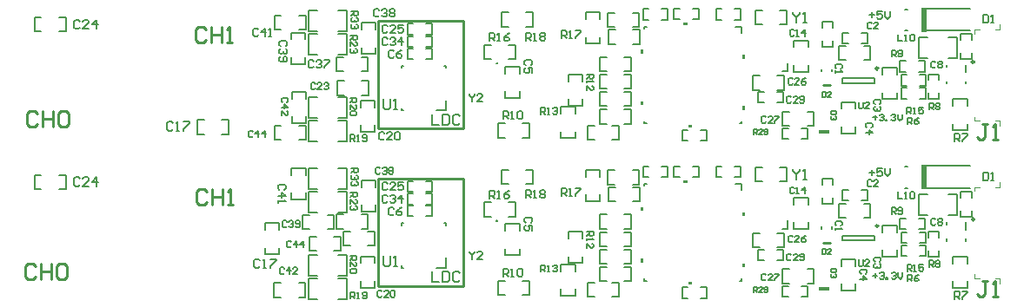
<source format=gto>
G04*
G04 #@! TF.GenerationSoftware,Altium Limited,Altium Designer,19.1.9 (167)*
G04*
G04 Layer_Color=65535*
%FSLAX24Y24*%
%MOIN*%
G70*
G01*
G75*
%ADD12C,0.0060*%
%ADD38C,0.0100*%
%ADD40C,0.0090*%
%ADD56C,0.0098*%
%ADD57C,0.0067*%
%ADD58C,0.0079*%
%ADD59C,0.0070*%
%ADD60C,0.0039*%
%ADD61C,0.0065*%
%ADD62C,0.0050*%
%ADD63R,0.0413X0.0150*%
%ADD64R,0.0200X0.0920*%
G36*
X26342Y10622D02*
X26192D01*
Y10722D01*
X26342D01*
Y10622D01*
D02*
G37*
G36*
X24653Y9524D02*
X24553D01*
Y9674D01*
X24653D01*
Y9524D01*
D02*
G37*
G36*
X28571Y9327D02*
X28471D01*
Y9477D01*
X28571D01*
Y9327D01*
D02*
G37*
G36*
X24653Y7555D02*
X24553D01*
Y7705D01*
X24653D01*
Y7555D01*
D02*
G37*
G36*
X28571Y7358D02*
X28471D01*
Y7508D01*
X28571D01*
Y7358D01*
D02*
G37*
G36*
X26539Y6704D02*
X26389D01*
Y6804D01*
X26539D01*
Y6704D01*
D02*
G37*
G36*
X26342Y4572D02*
X26192D01*
Y4672D01*
X26342D01*
Y4572D01*
D02*
G37*
G36*
X24653Y3474D02*
X24553D01*
Y3624D01*
X24653D01*
Y3474D01*
D02*
G37*
G36*
X28571Y3277D02*
X28471D01*
Y3427D01*
X28571D01*
Y3277D01*
D02*
G37*
G36*
X24653Y1505D02*
X24553D01*
Y1655D01*
X24653D01*
Y1505D01*
D02*
G37*
G36*
X28571Y1308D02*
X28471D01*
Y1458D01*
X28571D01*
Y1308D01*
D02*
G37*
G36*
X26539Y654D02*
X26389D01*
Y754D01*
X26539D01*
Y654D01*
D02*
G37*
D12*
X3051Y10771D02*
X2993Y10829D01*
X2876D01*
X2818Y10771D01*
Y10538D01*
X2876Y10479D01*
X2993D01*
X3051Y10538D01*
X3401Y10479D02*
X3168D01*
X3401Y10713D01*
Y10771D01*
X3343Y10829D01*
X3226D01*
X3168Y10771D01*
X3693Y10479D02*
Y10829D01*
X3518Y10654D01*
X3751D01*
X19280Y7010D02*
Y7310D01*
X19430D01*
X19480Y7260D01*
Y7160D01*
X19430Y7110D01*
X19280D01*
X19380D02*
X19480Y7010D01*
X19580D02*
X19680D01*
X19630D01*
Y7310D01*
X19580Y7260D01*
X19830D02*
X19880Y7310D01*
X19980D01*
X20030Y7260D01*
Y7060D01*
X19980Y7010D01*
X19880D01*
X19830Y7060D01*
Y7260D01*
X6623Y6852D02*
X6565Y6910D01*
X6448D01*
X6390Y6852D01*
Y6618D01*
X6448Y6560D01*
X6565D01*
X6623Y6618D01*
X6740Y6560D02*
X6857D01*
X6798D01*
Y6910D01*
X6740Y6852D01*
X7031Y6910D02*
X7265D01*
Y6852D01*
X7031Y6618D01*
Y6560D01*
X20340Y9080D02*
X20390Y9130D01*
Y9230D01*
X20340Y9280D01*
X20140D01*
X20090Y9230D01*
Y9130D01*
X20140Y9080D01*
X20390Y8780D02*
Y8980D01*
X20240D01*
X20290Y8880D01*
Y8830D01*
X20240Y8780D01*
X20140D01*
X20090Y8830D01*
Y8930D01*
X20140Y8980D01*
X17980Y7980D02*
Y7930D01*
X18080Y7830D01*
X18180Y7930D01*
Y7980D01*
X18080Y7830D02*
Y7680D01*
X18480D02*
X18280D01*
X18480Y7880D01*
Y7930D01*
X18430Y7980D01*
X18330D01*
X18280Y7930D01*
X18770Y10010D02*
Y10310D01*
X18920D01*
X18970Y10260D01*
Y10160D01*
X18920Y10110D01*
X18770D01*
X18870D02*
X18970Y10010D01*
X19070D02*
X19170D01*
X19120D01*
Y10310D01*
X19070Y10260D01*
X19520Y10310D02*
X19420Y10260D01*
X19320Y10160D01*
Y10060D01*
X19370Y10010D01*
X19470D01*
X19520Y10060D01*
Y10110D01*
X19470Y10160D01*
X19320D01*
X21510Y10120D02*
Y10420D01*
X21660D01*
X21710Y10370D01*
Y10270D01*
X21660Y10220D01*
X21510D01*
X21610D02*
X21710Y10120D01*
X21810D02*
X21910D01*
X21860D01*
Y10420D01*
X21810Y10370D01*
X22060Y10420D02*
X22260D01*
Y10370D01*
X22060Y10170D01*
Y10120D01*
X3051Y4721D02*
X2993Y4779D01*
X2876D01*
X2818Y4721D01*
Y4488D01*
X2876Y4429D01*
X2993D01*
X3051Y4488D01*
X3401Y4429D02*
X3168D01*
X3401Y4663D01*
Y4721D01*
X3343Y4779D01*
X3226D01*
X3168Y4721D01*
X3693Y4429D02*
Y4779D01*
X3518Y4604D01*
X3751D01*
X19280Y960D02*
Y1260D01*
X19430D01*
X19480Y1210D01*
Y1110D01*
X19430Y1060D01*
X19280D01*
X19380D02*
X19480Y960D01*
X19580D02*
X19680D01*
X19630D01*
Y1260D01*
X19580Y1210D01*
X19830D02*
X19880Y1260D01*
X19980D01*
X20030Y1210D01*
Y1010D01*
X19980Y960D01*
X19880D01*
X19830Y1010D01*
Y1210D01*
X9963Y1582D02*
X9905Y1640D01*
X9788D01*
X9730Y1582D01*
Y1348D01*
X9788Y1290D01*
X9905D01*
X9963Y1348D01*
X10080Y1290D02*
X10197D01*
X10138D01*
Y1640D01*
X10080Y1582D01*
X10371Y1640D02*
X10605D01*
Y1582D01*
X10371Y1348D01*
Y1290D01*
X20340Y3030D02*
X20390Y3080D01*
Y3180D01*
X20340Y3230D01*
X20140D01*
X20090Y3180D01*
Y3080D01*
X20140Y3030D01*
X20390Y2730D02*
Y2930D01*
X20240D01*
X20290Y2830D01*
Y2780D01*
X20240Y2730D01*
X20140D01*
X20090Y2780D01*
Y2880D01*
X20140Y2930D01*
X17980Y1930D02*
Y1880D01*
X18080Y1780D01*
X18180Y1880D01*
Y1930D01*
X18080Y1780D02*
Y1630D01*
X18480D02*
X18280D01*
X18480Y1830D01*
Y1880D01*
X18430Y1930D01*
X18330D01*
X18280Y1880D01*
X18770Y3960D02*
Y4260D01*
X18920D01*
X18970Y4210D01*
Y4110D01*
X18920Y4060D01*
X18770D01*
X18870D02*
X18970Y3960D01*
X19070D02*
X19170D01*
X19120D01*
Y4260D01*
X19070Y4210D01*
X19520Y4260D02*
X19420Y4210D01*
X19320Y4110D01*
Y4010D01*
X19370Y3960D01*
X19470D01*
X19520Y4010D01*
Y4060D01*
X19470Y4110D01*
X19320D01*
X21510Y4070D02*
Y4370D01*
X21660D01*
X21710Y4320D01*
Y4220D01*
X21660Y4170D01*
X21510D01*
X21610D02*
X21710Y4070D01*
X21810D02*
X21910D01*
X21860D01*
Y4370D01*
X21810Y4320D01*
X22060Y4370D02*
X22260D01*
Y4320D01*
X22060Y4120D01*
Y4070D01*
D38*
X19045Y9150D02*
G03*
X19045Y9150I-20J0D01*
G01*
X17767Y6655D02*
Y10785D01*
X14497D02*
X17767D01*
X14497Y6655D02*
Y10785D01*
Y6655D02*
X17767D01*
X37870Y6830D02*
X37670D01*
X37770D01*
Y6330D01*
X37670Y6230D01*
X37570D01*
X37470Y6330D01*
X38070Y6230D02*
X38270D01*
X38170D01*
Y6830D01*
X38070Y6730D01*
X19045Y3100D02*
G03*
X19045Y3100I-20J0D01*
G01*
X17767Y605D02*
Y4735D01*
X14497D02*
X17767D01*
X14497Y605D02*
Y4735D01*
Y605D02*
X17767D01*
X37870Y780D02*
X37670D01*
X37770D01*
Y280D01*
X37670Y180D01*
X37570D01*
X37470Y280D01*
X38070Y180D02*
X38270D01*
X38170D01*
Y780D01*
X38070Y680D01*
D40*
X7900Y10470D02*
X7800Y10570D01*
X7600D01*
X7500Y10470D01*
Y10070D01*
X7600Y9970D01*
X7800D01*
X7900Y10070D01*
X8100Y10570D02*
Y9970D01*
Y10270D01*
X8500D01*
Y10570D01*
Y9970D01*
X8700D02*
X8900D01*
X8800D01*
Y10570D01*
X8700Y10470D01*
X1420Y7210D02*
X1320Y7310D01*
X1120D01*
X1020Y7210D01*
Y6810D01*
X1120Y6710D01*
X1320D01*
X1420Y6810D01*
X1620Y7310D02*
Y6710D01*
Y7010D01*
X2020D01*
Y7310D01*
Y6710D01*
X2220Y7210D02*
X2320Y7310D01*
X2520D01*
X2619Y7210D01*
Y6810D01*
X2520Y6710D01*
X2320D01*
X2220Y6810D01*
Y7210D01*
X7910Y4240D02*
X7810Y4340D01*
X7610D01*
X7510Y4240D01*
Y3840D01*
X7610Y3740D01*
X7810D01*
X7910Y3840D01*
X8110Y4340D02*
Y3740D01*
Y4040D01*
X8510D01*
Y4340D01*
Y3740D01*
X8710D02*
X8910D01*
X8810D01*
Y4340D01*
X8710Y4240D01*
X1370Y1370D02*
X1270Y1470D01*
X1070D01*
X970Y1370D01*
Y970D01*
X1070Y870D01*
X1270D01*
X1370Y970D01*
X1570Y1470D02*
Y870D01*
Y1170D01*
X1970D01*
Y1470D01*
Y870D01*
X2170Y1370D02*
X2270Y1470D01*
X2470D01*
X2569Y1370D01*
Y970D01*
X2470Y870D01*
X2270D01*
X2170Y970D01*
Y1370D01*
D56*
X33668Y8962D02*
G03*
X33668Y8962I-49J0D01*
G01*
X37350Y9213D02*
G03*
X37350Y9213I-49J0D01*
G01*
X31552Y8319D02*
X31838D01*
X33668Y2912D02*
G03*
X33668Y2912I-49J0D01*
G01*
X37350Y3163D02*
G03*
X37350Y3163I-49J0D01*
G01*
X31552Y2269D02*
X31838D01*
D57*
X30199Y8852D02*
Y9157D01*
X29992Y8852D02*
X30199D01*
X31503Y8851D02*
Y8929D01*
X31897Y8851D02*
Y8929D01*
X30199Y2802D02*
Y3107D01*
X29992Y2802D02*
X30199D01*
X31503Y2801D02*
Y2879D01*
X31897Y2801D02*
Y2879D01*
D58*
X32290Y8392D02*
X33510D01*
X32290Y8588D02*
X33510D01*
X32290Y8392D02*
Y8588D01*
X33510Y8392D02*
Y8588D01*
X36282Y9018D02*
Y9097D01*
Y8388D02*
Y8467D01*
X37030Y8388D02*
Y8467D01*
Y8812D02*
Y9097D01*
X17104Y7349D02*
Y7733D01*
X16720Y7349D02*
X17104D01*
X15391D02*
X15470D01*
X15391D02*
Y7428D01*
Y8983D02*
Y9062D01*
X15470D01*
X17104Y8983D02*
Y9062D01*
X17025D02*
X17104D01*
X32290Y2342D02*
X33510D01*
X32290Y2538D02*
X33510D01*
X32290Y2342D02*
Y2538D01*
X33510Y2342D02*
Y2538D01*
X36282Y2968D02*
Y3047D01*
Y2338D02*
Y2417D01*
X37030Y2338D02*
Y2417D01*
Y2762D02*
Y3047D01*
X17104Y1299D02*
Y1683D01*
X16720Y1299D02*
X17104D01*
X15391D02*
X15470D01*
X15391D02*
Y1378D01*
Y2933D02*
Y3012D01*
X15470D01*
X17104Y2933D02*
Y3012D01*
X17025D02*
X17104D01*
D59*
X19217Y10566D02*
X19477D01*
X19217D02*
Y11111D01*
X19477D01*
X20157D02*
X20417D01*
Y10566D02*
Y11111D01*
X20157Y10566D02*
X20417D01*
X11157Y9140D02*
Y9400D01*
Y9140D02*
X11702D01*
Y9400D01*
Y10080D02*
Y10340D01*
X11157D02*
X11702D01*
X11157Y10080D02*
Y10340D01*
X11450Y6217D02*
X11710D01*
Y6762D01*
X11450D02*
X11710D01*
X10510D02*
X10770D01*
X10510Y6217D02*
Y6762D01*
Y6217D02*
X10770D01*
X13860Y7937D02*
X14120D01*
Y8482D01*
X13860D02*
X14120D01*
X12920D02*
X13180D01*
X12920Y7937D02*
Y8482D01*
Y7937D02*
X13180D01*
X13847Y9510D02*
Y9770D01*
Y9510D02*
X14392D01*
Y9770D01*
Y10450D02*
Y10710D01*
X13847D02*
X14392D01*
X13847Y10450D02*
Y10710D01*
X11733Y7790D02*
Y8050D01*
X11188D02*
X11733D01*
X11188Y7790D02*
Y8050D01*
Y6850D02*
Y7110D01*
Y6850D02*
X11733D01*
Y7110D01*
X12900Y9393D02*
X13160D01*
X12900Y8848D02*
Y9393D01*
Y8848D02*
X13160D01*
X13840D02*
X14100D01*
Y9393D01*
X13840D02*
X14100D01*
X11450Y10457D02*
X11710D01*
Y11002D01*
X11450D02*
X11710D01*
X10510D02*
X10770D01*
X10510Y10457D02*
Y11002D01*
Y10457D02*
X10770D01*
X13827Y6520D02*
Y6780D01*
Y6520D02*
X14372D01*
Y6780D01*
Y7460D02*
Y7720D01*
X13827D02*
X14372D01*
X13827Y7460D02*
Y7720D01*
X35593Y8510D02*
Y8740D01*
X36003D01*
Y8510D02*
Y8740D01*
X35593Y7780D02*
Y8010D01*
Y7780D02*
X36003D01*
Y8010D01*
X28950Y10657D02*
X29210D01*
X28950D02*
Y11202D01*
X29210D01*
X29890D02*
X30150D01*
Y10657D02*
Y11202D01*
X29890Y10657D02*
X30150D01*
X12954Y7856D02*
X13294D01*
Y7456D02*
Y7856D01*
Y7056D02*
Y7456D01*
X12954Y7056D02*
X13294D01*
X11814D02*
X12154D01*
X11814D02*
Y7456D01*
Y7856D01*
X12154D01*
X12950Y10280D02*
X13290D01*
Y9880D02*
Y10280D01*
Y9480D02*
Y9880D01*
X12950Y9480D02*
X13290D01*
X11810D02*
X12150D01*
X11810D02*
Y9880D01*
Y10280D01*
X12150D01*
X12950Y11190D02*
X13290D01*
Y10790D02*
Y11190D01*
Y10390D02*
Y10790D01*
X12950Y10390D02*
X13290D01*
X11810D02*
X12150D01*
X11810D02*
Y10790D01*
Y11190D01*
X12150D01*
X12954Y6956D02*
X13294D01*
Y6556D02*
Y6956D01*
Y6156D02*
Y6556D01*
X12954Y6156D02*
X13294D01*
X11814D02*
X12154D01*
X11814D02*
Y6556D01*
Y6956D01*
X12154D01*
X19497Y9316D02*
X19757D01*
Y9861D01*
X19497D02*
X19757D01*
X18557D02*
X18817D01*
X18557Y9316D02*
Y9861D01*
Y9316D02*
X18817D01*
X22990Y6837D02*
X23250D01*
X22990D02*
Y7382D01*
X23250D01*
X23930D02*
X24190D01*
Y6837D02*
Y7382D01*
X23930Y6837D02*
X24190D01*
X22990Y7507D02*
X23250D01*
X22990D02*
Y8052D01*
X23250D01*
X23930D02*
X24190D01*
Y7507D02*
Y8052D01*
X23930Y7507D02*
X24190D01*
X22990Y8177D02*
X23250D01*
X22990D02*
Y8722D01*
X23250D01*
X23930D02*
X24190D01*
Y8177D02*
Y8722D01*
X23930Y8177D02*
X24190D01*
X22990Y8847D02*
X23250D01*
X22990D02*
Y9392D01*
X23250D01*
X23930D02*
X24190D01*
Y8847D02*
Y9392D01*
X23930Y8847D02*
X24190D01*
X24702Y10494D02*
Y10573D01*
X24781D01*
X24702Y6853D02*
Y6931D01*
Y6853D02*
X24781D01*
X28344D02*
X28423D01*
Y6931D01*
Y10326D02*
Y10573D01*
X28175D02*
X28423D01*
X19087Y6296D02*
X19347D01*
X19087D02*
Y6841D01*
X19347D01*
X20027D02*
X20287D01*
Y6296D02*
Y6841D01*
X20027Y6296D02*
X20287D01*
X30000Y6245D02*
X30230D01*
X30000D02*
Y6655D01*
X30230D01*
X30730Y6245D02*
X30960D01*
Y6655D01*
X30730D02*
X30960D01*
X31925Y9800D02*
Y10030D01*
X31515Y9800D02*
X31925D01*
X31515D02*
Y10030D01*
X31925Y10530D02*
Y10760D01*
X31515D02*
X31925D01*
X31515Y10530D02*
Y10760D01*
X28170Y11245D02*
X28400D01*
Y10835D02*
Y11245D01*
X28170Y10835D02*
X28400D01*
X27440Y11245D02*
X27670D01*
X27440Y10835D02*
Y11245D01*
Y10835D02*
X27670D01*
X22043Y6280D02*
Y6540D01*
X21498Y6280D02*
X22043D01*
X21498D02*
Y6540D01*
Y7220D02*
Y7480D01*
X22043D01*
Y7220D02*
Y7480D01*
X21777Y8470D02*
Y8730D01*
X22322D01*
Y8470D02*
Y8730D01*
Y7530D02*
Y7790D01*
X21777Y7530D02*
X22322D01*
X21777D02*
Y7790D01*
X37083Y6580D02*
Y6840D01*
X36538Y6580D02*
X37083D01*
X36538D02*
Y6840D01*
Y7520D02*
Y7780D01*
X37083D01*
Y7520D02*
Y7780D01*
X35270Y8715D02*
X35500D01*
Y8305D02*
Y8715D01*
X35270Y8305D02*
X35500D01*
X34540Y8715D02*
X34770D01*
X34540Y8305D02*
Y8715D01*
Y8305D02*
X34770D01*
X34540Y7805D02*
X34770D01*
X34540D02*
Y8215D01*
X34770D01*
X35270Y7805D02*
X35500D01*
Y8215D01*
X35270D02*
X35500D01*
X34490Y8835D02*
X34720D01*
X34490D02*
Y9245D01*
X34720D01*
X35220Y8835D02*
X35450D01*
Y9245D01*
X35220D02*
X35450D01*
X35440Y11265D02*
X37190D01*
X35440Y10415D02*
X37190D01*
X15607Y9790D02*
X15837D01*
X15607D02*
Y10200D01*
X15837D01*
X16337Y9790D02*
X16567D01*
Y10200D01*
X16337D02*
X16567D01*
X26140Y6185D02*
X26370D01*
X26140D02*
Y6595D01*
X26370D01*
X26870Y6185D02*
X27100D01*
Y6595D01*
X26870D02*
X27100D01*
X25370Y11245D02*
X25600D01*
Y10835D02*
Y11245D01*
X25370Y10835D02*
X25600D01*
X24640Y11245D02*
X24870D01*
X24640Y10835D02*
Y11245D01*
Y10835D02*
X24870D01*
X23300Y10547D02*
X23560D01*
X23300D02*
Y11092D01*
X23560D01*
X24240D02*
X24500D01*
Y10547D02*
Y11092D01*
X24240Y10547D02*
X24500D01*
X25820Y10845D02*
X26050D01*
X25820D02*
Y11255D01*
X26050D01*
X26550Y10845D02*
X26780D01*
Y11255D01*
X26550D02*
X26780D01*
X29800Y8055D02*
X30030D01*
Y7645D02*
Y8055D01*
X29800Y7645D02*
X30030D01*
X29070Y8055D02*
X29300D01*
X29070Y7645D02*
Y8055D01*
Y7645D02*
X29300D01*
X23320Y9897D02*
X23580D01*
X23320D02*
Y10442D01*
X23580D01*
X24260D02*
X24520D01*
Y9897D02*
Y10442D01*
X24260Y9897D02*
X24520D01*
X30000Y6747D02*
X30260D01*
X30000D02*
Y7292D01*
X30260D01*
X30940D02*
X31200D01*
Y6747D02*
Y7292D01*
X30940Y6747D02*
X31200D01*
X28850Y8137D02*
X29110D01*
X28850D02*
Y8682D01*
X29110D01*
X29790D02*
X30050D01*
Y8137D02*
Y8682D01*
X29790Y8137D02*
X30050D01*
X15607Y10270D02*
X15837D01*
X15607D02*
Y10680D01*
X15837D01*
X16337Y10270D02*
X16567D01*
Y10680D01*
X16337D02*
X16567D01*
X2248Y10922D02*
X2508D01*
Y10377D02*
Y10922D01*
X2248Y10377D02*
X2508D01*
X1308D02*
X1568D01*
X1308D02*
Y10922D01*
X1568D01*
X7550Y6437D02*
X7810D01*
X7550D02*
Y6982D01*
X7810D01*
X8490D02*
X8750D01*
Y6437D02*
Y6982D01*
X8490Y6437D02*
X8750D01*
X30980Y8839D02*
Y9099D01*
X30435Y8839D02*
X30980D01*
X30435D02*
Y9099D01*
Y9779D02*
Y10039D01*
X30980D01*
Y9779D02*
Y10039D01*
X36835Y10050D02*
Y10280D01*
X37245D01*
Y10050D02*
Y10280D01*
X36835Y9320D02*
Y9550D01*
Y9320D02*
X37245D01*
Y9550D01*
X35220Y10170D02*
X35560D01*
X35220Y9770D02*
Y10170D01*
Y9370D02*
Y9770D01*
Y9370D02*
X35560D01*
X36360D02*
X36700D01*
Y9770D01*
Y10170D01*
X36360D02*
X36700D01*
X32793Y6470D02*
Y6730D01*
X32248Y6470D02*
X32793D01*
X32248D02*
Y6730D01*
Y7410D02*
Y7670D01*
X32793D01*
Y7410D02*
Y7670D01*
X33837Y8720D02*
Y8980D01*
X34382D01*
Y8720D02*
Y8980D01*
Y7780D02*
Y8040D01*
X33837Y7780D02*
X34382D01*
X33837D02*
Y8040D01*
X33030Y10335D02*
X33260D01*
Y9925D02*
Y10335D01*
X33030Y9925D02*
X33260D01*
X32300Y10335D02*
X32530D01*
X32300Y9925D02*
Y10335D01*
Y9925D02*
X32530D01*
X33110Y9823D02*
X33370D01*
Y9278D02*
Y9823D01*
X33110Y9278D02*
X33370D01*
X32170D02*
X32430D01*
X32170D02*
Y9823D01*
X32430D01*
X23460Y6227D02*
X23720D01*
Y6772D01*
X23460D02*
X23720D01*
X22520D02*
X22780D01*
X22520Y6227D02*
Y6772D01*
Y6227D02*
X22780D01*
X16337Y9740D02*
X16567D01*
Y9330D02*
Y9740D01*
X16337Y9330D02*
X16567D01*
X15607Y9740D02*
X15837D01*
X15607Y9330D02*
Y9740D01*
Y9330D02*
X15837D01*
X22447Y9910D02*
Y10170D01*
Y9910D02*
X22992D01*
Y10170D01*
Y10850D02*
Y11110D01*
X22447D02*
X22992D01*
X22447Y10850D02*
Y11110D01*
X19365Y7829D02*
Y8089D01*
Y7829D02*
X19909D01*
Y8089D01*
Y8769D02*
Y9029D01*
X19365D02*
X19909D01*
X19365Y8769D02*
Y9029D01*
X16550Y7200D02*
Y6800D01*
X16817D01*
X16950Y7200D02*
Y6800D01*
X17150D01*
X17216Y6867D01*
Y7133D01*
X17150Y7200D01*
X16950D01*
X17616Y7133D02*
X17550Y7200D01*
X17416D01*
X17350Y7133D01*
Y6867D01*
X17416Y6800D01*
X17550D01*
X17616Y6867D01*
X30380Y11130D02*
Y11063D01*
X30513Y10930D01*
X30647Y11063D01*
Y11130D01*
X30513Y10930D02*
Y10730D01*
X30780D02*
X30913D01*
X30847D01*
Y11130D01*
X30780Y11063D01*
X14700Y7800D02*
Y7467D01*
X14767Y7400D01*
X14900D01*
X14967Y7467D01*
Y7800D01*
X15100Y7400D02*
X15233D01*
X15167D01*
Y7800D01*
X15100Y7733D01*
X20140Y10030D02*
Y10330D01*
X20290D01*
X20340Y10280D01*
Y10180D01*
X20290Y10130D01*
X20140D01*
X20240D02*
X20340Y10030D01*
X20440D02*
X20540D01*
X20490D01*
Y10330D01*
X20440Y10280D01*
X20690D02*
X20740Y10330D01*
X20840D01*
X20890Y10280D01*
Y10230D01*
X20840Y10180D01*
X20890Y10130D01*
Y10080D01*
X20840Y10030D01*
X20740D01*
X20690Y10080D01*
Y10130D01*
X20740Y10180D01*
X20690Y10230D01*
Y10280D01*
X20740Y10180D02*
X20840D01*
X19217Y4516D02*
X19477D01*
X19217D02*
Y5061D01*
X19477D01*
X20157D02*
X20417D01*
Y4516D02*
Y5061D01*
X20157Y4516D02*
X20417D01*
X12540Y2787D02*
X12800D01*
Y3332D01*
X12540D02*
X12800D01*
X11600D02*
X11860D01*
X11600Y2787D02*
Y3332D01*
Y2787D02*
X11860D01*
X11850Y2503D02*
X12110D01*
X11850Y1958D02*
Y2503D01*
Y1958D02*
X12110D01*
X12790D02*
X13050D01*
Y2503D01*
X12790D02*
X13050D01*
X14100Y2157D02*
X14360D01*
Y2702D01*
X14100D02*
X14360D01*
X13160D02*
X13420D01*
X13160Y2157D02*
Y2702D01*
Y2157D02*
X13420D01*
X13847Y3460D02*
Y3720D01*
Y3460D02*
X14392D01*
Y3720D01*
Y4400D02*
Y4660D01*
X13847D02*
X14392D01*
X13847Y4400D02*
Y4660D01*
X10500Y713D02*
X10760D01*
X10500Y168D02*
Y713D01*
Y168D02*
X10760D01*
X11440D02*
X11700D01*
Y713D01*
X11440D02*
X11700D01*
X12900Y3343D02*
X13160D01*
X12900Y2798D02*
Y3343D01*
Y2798D02*
X13160D01*
X13840D02*
X14100D01*
Y3343D01*
X13840D02*
X14100D01*
X11167Y3930D02*
Y4190D01*
Y3930D02*
X11712D01*
Y4190D01*
Y4870D02*
Y5130D01*
X11167D02*
X11712D01*
X11167Y4870D02*
Y5130D01*
X13827Y540D02*
Y800D01*
Y540D02*
X14372D01*
Y800D01*
Y1480D02*
Y1740D01*
X13827D02*
X14372D01*
X13827Y1480D02*
Y1740D01*
X35593Y2460D02*
Y2690D01*
X36003D01*
Y2460D02*
Y2690D01*
X35593Y1730D02*
Y1960D01*
Y1730D02*
X36003D01*
Y1960D01*
X28950Y4607D02*
X29210D01*
X28950D02*
Y5152D01*
X29210D01*
X29890D02*
X30150D01*
Y4607D02*
Y5152D01*
X29890Y4607D02*
X30150D01*
X12954Y1806D02*
X13294D01*
Y1406D02*
Y1806D01*
Y1006D02*
Y1406D01*
X12954Y1006D02*
X13294D01*
X11814D02*
X12154D01*
X11814D02*
Y1406D01*
Y1806D01*
X12154D01*
X12950Y4230D02*
X13290D01*
Y3830D02*
Y4230D01*
Y3430D02*
Y3830D01*
X12950Y3430D02*
X13290D01*
X11810D02*
X12150D01*
X11810D02*
Y3830D01*
Y4230D01*
X12150D01*
X12950Y5140D02*
X13290D01*
Y4740D02*
Y5140D01*
Y4340D02*
Y4740D01*
X12950Y4340D02*
X13290D01*
X11810D02*
X12150D01*
X11810D02*
Y4740D01*
Y5140D01*
X12150D01*
X12954Y906D02*
X13294D01*
Y506D02*
Y906D01*
Y106D02*
Y506D01*
X12954Y106D02*
X13294D01*
X11814D02*
X12154D01*
X11814D02*
Y506D01*
Y906D01*
X12154D01*
X19497Y3266D02*
X19757D01*
Y3811D01*
X19497D02*
X19757D01*
X18557D02*
X18817D01*
X18557Y3266D02*
Y3811D01*
Y3266D02*
X18817D01*
X22990Y787D02*
X23250D01*
X22990D02*
Y1332D01*
X23250D01*
X23930D02*
X24190D01*
Y787D02*
Y1332D01*
X23930Y787D02*
X24190D01*
X22990Y1457D02*
X23250D01*
X22990D02*
Y2002D01*
X23250D01*
X23930D02*
X24190D01*
Y1457D02*
Y2002D01*
X23930Y1457D02*
X24190D01*
X22990Y2127D02*
X23250D01*
X22990D02*
Y2672D01*
X23250D01*
X23930D02*
X24190D01*
Y2127D02*
Y2672D01*
X23930Y2127D02*
X24190D01*
X22990Y2797D02*
X23250D01*
X22990D02*
Y3342D01*
X23250D01*
X23930D02*
X24190D01*
Y2797D02*
Y3342D01*
X23930Y2797D02*
X24190D01*
X24702Y4444D02*
Y4523D01*
X24781D01*
X24702Y803D02*
Y881D01*
Y803D02*
X24781D01*
X28344D02*
X28423D01*
Y881D01*
Y4276D02*
Y4523D01*
X28175D02*
X28423D01*
X19087Y246D02*
X19347D01*
X19087D02*
Y791D01*
X19347D01*
X20027D02*
X20287D01*
Y246D02*
Y791D01*
X20027Y246D02*
X20287D01*
X30000Y195D02*
X30230D01*
X30000D02*
Y605D01*
X30230D01*
X30730Y195D02*
X30960D01*
Y605D01*
X30730D02*
X30960D01*
X31925Y3750D02*
Y3980D01*
X31515Y3750D02*
X31925D01*
X31515D02*
Y3980D01*
X31925Y4480D02*
Y4710D01*
X31515D02*
X31925D01*
X31515Y4480D02*
Y4710D01*
X28170Y5195D02*
X28400D01*
Y4785D02*
Y5195D01*
X28170Y4785D02*
X28400D01*
X27440Y5195D02*
X27670D01*
X27440Y4785D02*
Y5195D01*
Y4785D02*
X27670D01*
X22043Y230D02*
Y490D01*
X21498Y230D02*
X22043D01*
X21498D02*
Y490D01*
Y1170D02*
Y1430D01*
X22043D01*
Y1170D02*
Y1430D01*
X21777Y2420D02*
Y2680D01*
X22322D01*
Y2420D02*
Y2680D01*
Y1480D02*
Y1740D01*
X21777Y1480D02*
X22322D01*
X21777D02*
Y1740D01*
X37083Y530D02*
Y790D01*
X36538Y530D02*
X37083D01*
X36538D02*
Y790D01*
Y1470D02*
Y1730D01*
X37083D01*
Y1470D02*
Y1730D01*
X35270Y2665D02*
X35500D01*
Y2255D02*
Y2665D01*
X35270Y2255D02*
X35500D01*
X34540Y2665D02*
X34770D01*
X34540Y2255D02*
Y2665D01*
Y2255D02*
X34770D01*
X34540Y1755D02*
X34770D01*
X34540D02*
Y2165D01*
X34770D01*
X35270Y1755D02*
X35500D01*
Y2165D01*
X35270D02*
X35500D01*
X34490Y2785D02*
X34720D01*
X34490D02*
Y3195D01*
X34720D01*
X35220Y2785D02*
X35450D01*
Y3195D01*
X35220D02*
X35450D01*
X35440Y5215D02*
X37190D01*
X35440Y4365D02*
X37190D01*
X15607Y3740D02*
X15837D01*
X15607D02*
Y4150D01*
X15837D01*
X16337Y3740D02*
X16567D01*
Y4150D01*
X16337D02*
X16567D01*
X26140Y135D02*
X26370D01*
X26140D02*
Y545D01*
X26370D01*
X26870Y135D02*
X27100D01*
Y545D01*
X26870D02*
X27100D01*
X25370Y5195D02*
X25600D01*
Y4785D02*
Y5195D01*
X25370Y4785D02*
X25600D01*
X24640Y5195D02*
X24870D01*
X24640Y4785D02*
Y5195D01*
Y4785D02*
X24870D01*
X23300Y4497D02*
X23560D01*
X23300D02*
Y5042D01*
X23560D01*
X24240D02*
X24500D01*
Y4497D02*
Y5042D01*
X24240Y4497D02*
X24500D01*
X25820Y4795D02*
X26050D01*
X25820D02*
Y5205D01*
X26050D01*
X26550Y4795D02*
X26780D01*
Y5205D01*
X26550D02*
X26780D01*
X29800Y2005D02*
X30030D01*
Y1595D02*
Y2005D01*
X29800Y1595D02*
X30030D01*
X29070Y2005D02*
X29300D01*
X29070Y1595D02*
Y2005D01*
Y1595D02*
X29300D01*
X23320Y3847D02*
X23580D01*
X23320D02*
Y4392D01*
X23580D01*
X24260D02*
X24520D01*
Y3847D02*
Y4392D01*
X24260Y3847D02*
X24520D01*
X30000Y697D02*
X30260D01*
X30000D02*
Y1242D01*
X30260D01*
X30940D02*
X31200D01*
Y697D02*
Y1242D01*
X30940Y697D02*
X31200D01*
X28850Y2087D02*
X29110D01*
X28850D02*
Y2632D01*
X29110D01*
X29790D02*
X30050D01*
Y2087D02*
Y2632D01*
X29790Y2087D02*
X30050D01*
X15607Y4220D02*
X15837D01*
X15607D02*
Y4630D01*
X15837D01*
X16337Y4220D02*
X16567D01*
Y4630D01*
X16337D02*
X16567D01*
X2248Y4872D02*
X2508D01*
Y4327D02*
Y4872D01*
X2248Y4327D02*
X2508D01*
X1308D02*
X1568D01*
X1308D02*
Y4872D01*
X1568D01*
X10703Y1810D02*
Y2070D01*
X10158Y1810D02*
X10703D01*
X10158D02*
Y2070D01*
Y2750D02*
Y3010D01*
X10703D01*
Y2750D02*
Y3010D01*
X30980Y2789D02*
Y3049D01*
X30435Y2789D02*
X30980D01*
X30435D02*
Y3049D01*
Y3729D02*
Y3989D01*
X30980D01*
Y3729D02*
Y3989D01*
X36835Y4000D02*
Y4230D01*
X37245D01*
Y4000D02*
Y4230D01*
X36835Y3270D02*
Y3500D01*
Y3270D02*
X37245D01*
Y3500D01*
X35220Y4120D02*
X35560D01*
X35220Y3720D02*
Y4120D01*
Y3320D02*
Y3720D01*
Y3320D02*
X35560D01*
X36360D02*
X36700D01*
Y3720D01*
Y4120D01*
X36360D02*
X36700D01*
X32793Y420D02*
Y680D01*
X32248Y420D02*
X32793D01*
X32248D02*
Y680D01*
Y1360D02*
Y1620D01*
X32793D01*
Y1360D02*
Y1620D01*
X33837Y2670D02*
Y2930D01*
X34382D01*
Y2670D02*
Y2930D01*
Y1730D02*
Y1990D01*
X33837Y1730D02*
X34382D01*
X33837D02*
Y1990D01*
X33030Y4285D02*
X33260D01*
Y3875D02*
Y4285D01*
X33030Y3875D02*
X33260D01*
X32300Y4285D02*
X32530D01*
X32300Y3875D02*
Y4285D01*
Y3875D02*
X32530D01*
X33110Y3773D02*
X33370D01*
Y3228D02*
Y3773D01*
X33110Y3228D02*
X33370D01*
X32170D02*
X32430D01*
X32170D02*
Y3773D01*
X32430D01*
X23460Y177D02*
X23720D01*
Y722D01*
X23460D02*
X23720D01*
X22520D02*
X22780D01*
X22520Y177D02*
Y722D01*
Y177D02*
X22780D01*
X16337Y3690D02*
X16567D01*
Y3280D02*
Y3690D01*
X16337Y3280D02*
X16567D01*
X15607Y3690D02*
X15837D01*
X15607Y3280D02*
Y3690D01*
Y3280D02*
X15837D01*
X22447Y3860D02*
Y4120D01*
Y3860D02*
X22992D01*
Y4120D01*
Y4800D02*
Y5060D01*
X22447D02*
X22992D01*
X22447Y4800D02*
Y5060D01*
X19365Y1779D02*
Y2039D01*
Y1779D02*
X19909D01*
Y2039D01*
Y2719D02*
Y2979D01*
X19365D02*
X19909D01*
X19365Y2719D02*
Y2979D01*
X16550Y1150D02*
Y750D01*
X16817D01*
X16950Y1150D02*
Y750D01*
X17150D01*
X17216Y817D01*
Y1083D01*
X17150Y1150D01*
X16950D01*
X17616Y1083D02*
X17550Y1150D01*
X17416D01*
X17350Y1083D01*
Y817D01*
X17416Y750D01*
X17550D01*
X17616Y817D01*
X30380Y5080D02*
Y5013D01*
X30513Y4880D01*
X30647Y5013D01*
Y5080D01*
X30513Y4880D02*
Y4680D01*
X30780D02*
X30913D01*
X30847D01*
Y5080D01*
X30780Y5013D01*
X14700Y1750D02*
Y1417D01*
X14767Y1350D01*
X14900D01*
X14967Y1417D01*
Y1750D01*
X15100Y1350D02*
X15233D01*
X15167D01*
Y1750D01*
X15100Y1683D01*
X20140Y3980D02*
Y4280D01*
X20290D01*
X20340Y4230D01*
Y4130D01*
X20290Y4080D01*
X20140D01*
X20240D02*
X20340Y3980D01*
X20440D02*
X20540D01*
X20490D01*
Y4280D01*
X20440Y4230D01*
X20690D02*
X20740Y4280D01*
X20840D01*
X20890Y4230D01*
Y4180D01*
X20840Y4130D01*
X20890Y4080D01*
Y4030D01*
X20840Y3980D01*
X20740D01*
X20690Y4030D01*
Y4080D01*
X20740Y4130D01*
X20690Y4180D01*
Y4230D01*
X20740Y4130D02*
X20840D01*
D60*
X37369Y10450D02*
X37569D01*
X37369Y10300D02*
Y10450D01*
Y6950D02*
Y7100D01*
Y6950D02*
X37569D01*
X38319Y10450D02*
Y10650D01*
X38169Y10450D02*
X38319D01*
X38169Y6950D02*
X38319D01*
Y6750D02*
Y6950D01*
X37369Y4400D02*
X37569D01*
X37369Y4250D02*
Y4400D01*
Y900D02*
Y1050D01*
Y900D02*
X37569D01*
X38319Y4400D02*
Y4600D01*
X38169Y4400D02*
X38319D01*
X38169Y900D02*
X38319D01*
Y700D02*
Y900D01*
D61*
X34681Y11224D02*
X34799D01*
X34681Y10416D02*
X34799D01*
X34681Y5174D02*
X34799D01*
X34681Y4366D02*
X34799D01*
D62*
X33460Y7075D02*
X33627D01*
X33543Y7158D02*
Y6992D01*
X33710Y7158D02*
X33752Y7200D01*
X33835D01*
X33877Y7158D01*
Y7117D01*
X33835Y7075D01*
X33793D01*
X33835D01*
X33877Y7033D01*
Y6992D01*
X33835Y6950D01*
X33752D01*
X33710Y6992D01*
X33960Y6950D02*
Y6992D01*
X34001D01*
Y6950D01*
X33960D01*
X34168Y7158D02*
X34210Y7200D01*
X34293D01*
X34335Y7158D01*
Y7117D01*
X34293Y7075D01*
X34251D01*
X34293D01*
X34335Y7033D01*
Y6992D01*
X34293Y6950D01*
X34210D01*
X34168Y6992D01*
X34418Y7200D02*
Y7033D01*
X34501Y6950D01*
X34585Y7033D01*
Y7200D01*
X33320Y11010D02*
X33520D01*
X33420Y11110D02*
Y10910D01*
X33820Y11160D02*
X33620D01*
Y11010D01*
X33720Y11060D01*
X33770D01*
X33820Y11010D01*
Y10910D01*
X33770Y10860D01*
X33670D01*
X33620Y10910D01*
X33920Y11160D02*
Y10960D01*
X34020Y10860D01*
X34120Y10960D01*
Y11160D01*
X32910Y7660D02*
Y7452D01*
X32952Y7410D01*
X33035D01*
X33077Y7452D01*
Y7660D01*
X33327Y7410D02*
X33160D01*
X33327Y7577D01*
Y7618D01*
X33285Y7660D01*
X33202D01*
X33160Y7618D01*
X10988Y7663D02*
X11030Y7705D01*
Y7788D01*
X10988Y7830D01*
X10822D01*
X10780Y7788D01*
Y7705D01*
X10822Y7663D01*
X10780Y7455D02*
X11030D01*
X10905Y7580D01*
Y7413D01*
X10780Y7164D02*
Y7330D01*
X10947Y7164D01*
X10988D01*
X11030Y7205D01*
Y7289D01*
X10988Y7330D01*
X35620Y7380D02*
Y7630D01*
X35745D01*
X35787Y7588D01*
Y7505D01*
X35745Y7463D01*
X35620D01*
X35703D02*
X35787Y7380D01*
X35870Y7588D02*
X35912Y7630D01*
X35995D01*
X36037Y7588D01*
Y7547D01*
X35995Y7505D01*
X36037Y7463D01*
Y7422D01*
X35995Y7380D01*
X35912D01*
X35870Y7422D01*
Y7463D01*
X35912Y7505D01*
X35870Y7547D01*
Y7588D01*
X35912Y7505D02*
X35995D01*
X13410Y7810D02*
X13660D01*
Y7685D01*
X13618Y7643D01*
X13535D01*
X13493Y7685D01*
Y7810D01*
Y7727D02*
X13410Y7643D01*
Y7393D02*
Y7560D01*
X13577Y7393D01*
X13618D01*
X13660Y7435D01*
Y7518D01*
X13618Y7560D01*
Y7310D02*
X13660Y7269D01*
Y7185D01*
X13618Y7144D01*
X13452D01*
X13410Y7185D01*
Y7269D01*
X13452Y7310D01*
X13618D01*
X13425Y10225D02*
X13675D01*
Y10100D01*
X13633Y10058D01*
X13550D01*
X13508Y10100D01*
Y10225D01*
Y10142D02*
X13425Y10058D01*
Y9808D02*
Y9975D01*
X13592Y9808D01*
X13633D01*
X13675Y9850D01*
Y9933D01*
X13633Y9975D01*
Y9725D02*
X13675Y9684D01*
Y9600D01*
X13633Y9559D01*
X13592D01*
X13550Y9600D01*
Y9642D01*
Y9600D01*
X13508Y9559D01*
X13467D01*
X13425Y9600D01*
Y9684D01*
X13467Y9725D01*
X13460Y11160D02*
X13710D01*
Y11035D01*
X13668Y10993D01*
X13585D01*
X13543Y11035D01*
Y11160D01*
Y11077D02*
X13460Y10993D01*
X13668Y10910D02*
X13710Y10868D01*
Y10785D01*
X13668Y10743D01*
X13627D01*
X13585Y10785D01*
Y10827D01*
Y10785D01*
X13543Y10743D01*
X13502D01*
X13460Y10785D01*
Y10868D01*
X13502Y10910D01*
X13668Y10660D02*
X13710Y10619D01*
Y10535D01*
X13668Y10494D01*
X13627D01*
X13585Y10535D01*
Y10577D01*
Y10535D01*
X13543Y10494D01*
X13502D01*
X13460Y10535D01*
Y10619D01*
X13502Y10660D01*
X13430Y6160D02*
Y6410D01*
X13555D01*
X13597Y6368D01*
Y6285D01*
X13555Y6243D01*
X13430D01*
X13513D02*
X13597Y6160D01*
X13680D02*
X13763D01*
X13722D01*
Y6410D01*
X13680Y6368D01*
X13888Y6202D02*
X13930Y6160D01*
X14013D01*
X14055Y6202D01*
Y6368D01*
X14013Y6410D01*
X13930D01*
X13888Y6368D01*
Y6327D01*
X13930Y6285D01*
X14055D01*
X34430Y10260D02*
Y10010D01*
X34597D01*
X34680D02*
X34763D01*
X34722D01*
Y10260D01*
X34680Y10218D01*
X34888D02*
X34930Y10260D01*
X35013D01*
X35055Y10218D01*
Y10052D01*
X35013Y10010D01*
X34930D01*
X34888Y10052D01*
Y10218D01*
X9687Y6528D02*
X9645Y6570D01*
X9562D01*
X9520Y6528D01*
Y6362D01*
X9562Y6320D01*
X9645D01*
X9687Y6362D01*
X9895Y6320D02*
Y6570D01*
X9770Y6445D01*
X9937D01*
X10145Y6320D02*
Y6570D01*
X10020Y6445D01*
X10186D01*
X12077Y8368D02*
X12035Y8410D01*
X11952D01*
X11910Y8368D01*
Y8202D01*
X11952Y8160D01*
X12035D01*
X12077Y8202D01*
X12327Y8160D02*
X12160D01*
X12327Y8327D01*
Y8368D01*
X12285Y8410D01*
X12202D01*
X12160Y8368D01*
X12410D02*
X12451Y8410D01*
X12535D01*
X12576Y8368D01*
Y8327D01*
X12535Y8285D01*
X12493D01*
X12535D01*
X12576Y8243D01*
Y8202D01*
X12535Y8160D01*
X12451D01*
X12410Y8202D01*
X9890Y10450D02*
X9840Y10500D01*
X9740D01*
X9690Y10450D01*
Y10250D01*
X9740Y10200D01*
X9840D01*
X9890Y10250D01*
X10140Y10200D02*
Y10500D01*
X9990Y10350D01*
X10190D01*
X10290Y10200D02*
X10390D01*
X10340D01*
Y10500D01*
X10290Y10450D01*
X10940Y9820D02*
X10990Y9870D01*
Y9970D01*
X10940Y10020D01*
X10740D01*
X10690Y9970D01*
Y9870D01*
X10740Y9820D01*
X10940Y9720D02*
X10990Y9670D01*
Y9570D01*
X10940Y9520D01*
X10890D01*
X10840Y9570D01*
Y9620D01*
Y9570D01*
X10790Y9520D01*
X10740D01*
X10690Y9570D01*
Y9670D01*
X10740Y9720D01*
Y9420D02*
X10690Y9370D01*
Y9270D01*
X10740Y9220D01*
X10940D01*
X10990Y9270D01*
Y9370D01*
X10940Y9420D01*
X10890D01*
X10840Y9370D01*
Y9220D01*
X14850Y10100D02*
X14800Y10150D01*
X14700D01*
X14650Y10100D01*
Y9900D01*
X14700Y9850D01*
X14800D01*
X14850Y9900D01*
X14950Y10100D02*
X15000Y10150D01*
X15100D01*
X15150Y10100D01*
Y10050D01*
X15100Y10000D01*
X15050D01*
X15100D01*
X15150Y9950D01*
Y9900D01*
X15100Y9850D01*
X15000D01*
X14950Y9900D01*
X15400Y9850D02*
Y10150D01*
X15250Y10000D01*
X15450D01*
X14530Y11200D02*
X14480Y11250D01*
X14380D01*
X14330Y11200D01*
Y11000D01*
X14380Y10950D01*
X14480D01*
X14530Y11000D01*
X14630Y11200D02*
X14680Y11250D01*
X14780D01*
X14830Y11200D01*
Y11150D01*
X14780Y11100D01*
X14730D01*
X14780D01*
X14830Y11050D01*
Y11000D01*
X14780Y10950D01*
X14680D01*
X14630Y11000D01*
X14930Y11200D02*
X14980Y11250D01*
X15080D01*
X15130Y11200D01*
Y11150D01*
X15080Y11100D01*
X15130Y11050D01*
Y11000D01*
X15080Y10950D01*
X14980D01*
X14930Y11000D01*
Y11050D01*
X14980Y11100D01*
X14930Y11150D01*
Y11200D01*
X14980Y11100D02*
X15080D01*
X12020Y9240D02*
X11970Y9290D01*
X11870D01*
X11820Y9240D01*
Y9040D01*
X11870Y8990D01*
X11970D01*
X12020Y9040D01*
X12120Y9240D02*
X12170Y9290D01*
X12270D01*
X12320Y9240D01*
Y9190D01*
X12270Y9140D01*
X12220D01*
X12270D01*
X12320Y9090D01*
Y9040D01*
X12270Y8990D01*
X12170D01*
X12120Y9040D01*
X12420Y9290D02*
X12620D01*
Y9240D01*
X12420Y9040D01*
Y8990D01*
X14840Y10580D02*
X14790Y10630D01*
X14690D01*
X14640Y10580D01*
Y10380D01*
X14690Y10330D01*
X14790D01*
X14840Y10380D01*
X15140Y10330D02*
X14940D01*
X15140Y10530D01*
Y10580D01*
X15090Y10630D01*
X14990D01*
X14940Y10580D01*
X15440Y10630D02*
X15240D01*
Y10480D01*
X15340Y10530D01*
X15390D01*
X15440Y10480D01*
Y10380D01*
X15390Y10330D01*
X15290D01*
X15240Y10380D01*
X14730Y6460D02*
X14680Y6510D01*
X14580D01*
X14530Y6460D01*
Y6260D01*
X14580Y6210D01*
X14680D01*
X14730Y6260D01*
X15030Y6210D02*
X14830D01*
X15030Y6410D01*
Y6460D01*
X14980Y6510D01*
X14880D01*
X14830Y6460D01*
X15130D02*
X15180Y6510D01*
X15280D01*
X15330Y6460D01*
Y6260D01*
X15280Y6210D01*
X15180D01*
X15130Y6260D01*
Y6460D01*
X34790Y6820D02*
Y7070D01*
X34915D01*
X34957Y7028D01*
Y6945D01*
X34915Y6903D01*
X34790D01*
X34873D02*
X34957Y6820D01*
X35207Y7070D02*
X35123Y7028D01*
X35040Y6945D01*
Y6862D01*
X35082Y6820D01*
X35165D01*
X35207Y6862D01*
Y6903D01*
X35165Y6945D01*
X35040D01*
X32238Y8963D02*
X32280Y9005D01*
Y9088D01*
X32238Y9130D01*
X32072D01*
X32030Y9088D01*
Y9005D01*
X32072Y8963D01*
X32030Y8880D02*
Y8797D01*
Y8838D01*
X32280D01*
X32238Y8880D01*
X33417Y10688D02*
X33375Y10730D01*
X33292D01*
X33250Y10688D01*
Y10522D01*
X33292Y10480D01*
X33375D01*
X33417Y10522D01*
X33667Y10480D02*
X33500D01*
X33667Y10647D01*
Y10688D01*
X33625Y10730D01*
X33542D01*
X33500Y10688D01*
X33708Y7583D02*
X33750Y7625D01*
Y7708D01*
X33708Y7750D01*
X33542D01*
X33500Y7708D01*
Y7625D01*
X33542Y7583D01*
X33708Y7500D02*
X33750Y7458D01*
Y7375D01*
X33708Y7333D01*
X33667D01*
X33625Y7375D01*
Y7417D01*
Y7375D01*
X33583Y7333D01*
X33542D01*
X33500Y7375D01*
Y7458D01*
X33542Y7500D01*
X33398Y6683D02*
X33440Y6725D01*
Y6808D01*
X33398Y6850D01*
X33232D01*
X33190Y6808D01*
Y6725D01*
X33232Y6683D01*
X33190Y6475D02*
X33440D01*
X33315Y6600D01*
Y6433D01*
X35867Y9198D02*
X35825Y9240D01*
X35742D01*
X35700Y9198D01*
Y9032D01*
X35742Y8990D01*
X35825D01*
X35867Y9032D01*
X35950Y9198D02*
X35992Y9240D01*
X36075D01*
X36117Y9198D01*
Y9157D01*
X36075Y9115D01*
X36117Y9073D01*
Y9032D01*
X36075Y8990D01*
X35992D01*
X35950Y9032D01*
Y9073D01*
X35992Y9115D01*
X35950Y9157D01*
Y9198D01*
X35992Y9115D02*
X36075D01*
X30447Y10408D02*
X30405Y10450D01*
X30322D01*
X30280Y10408D01*
Y10242D01*
X30322Y10200D01*
X30405D01*
X30447Y10242D01*
X30530Y10200D02*
X30613D01*
X30572D01*
Y10450D01*
X30530Y10408D01*
X30863Y10200D02*
Y10450D01*
X30738Y10325D01*
X30905D01*
X30387Y8548D02*
X30345Y8590D01*
X30262D01*
X30220Y8548D01*
Y8382D01*
X30262Y8340D01*
X30345D01*
X30387Y8382D01*
X30637Y8340D02*
X30470D01*
X30637Y8507D01*
Y8548D01*
X30595Y8590D01*
X30512D01*
X30470Y8548D01*
X30886Y8590D02*
X30803Y8548D01*
X30720Y8465D01*
Y8382D01*
X30761Y8340D01*
X30845D01*
X30886Y8382D01*
Y8423D01*
X30845Y8465D01*
X30720D01*
X29357Y7078D02*
X29315Y7120D01*
X29232D01*
X29190Y7078D01*
Y6912D01*
X29232Y6870D01*
X29315D01*
X29357Y6912D01*
X29607Y6870D02*
X29440D01*
X29607Y7037D01*
Y7078D01*
X29565Y7120D01*
X29482D01*
X29440Y7078D01*
X29690Y7120D02*
X29856D01*
Y7078D01*
X29690Y6912D01*
Y6870D01*
X30327Y7848D02*
X30285Y7890D01*
X30202D01*
X30160Y7848D01*
Y7682D01*
X30202Y7640D01*
X30285D01*
X30327Y7682D01*
X30577Y7640D02*
X30410D01*
X30577Y7807D01*
Y7848D01*
X30535Y7890D01*
X30452D01*
X30410Y7848D01*
X30660Y7682D02*
X30701Y7640D01*
X30785D01*
X30826Y7682D01*
Y7848D01*
X30785Y7890D01*
X30701D01*
X30660Y7848D01*
Y7807D01*
X30701Y7765D01*
X30826D01*
X37700Y11020D02*
Y10720D01*
X37850D01*
X37900Y10770D01*
Y10970D01*
X37850Y11020D01*
X37700D01*
X38000Y10720D02*
X38100D01*
X38050D01*
Y11020D01*
X38000Y10970D01*
X31530Y8070D02*
Y7870D01*
X31630D01*
X31663Y7903D01*
Y8037D01*
X31630Y8070D01*
X31530D01*
X31863Y7870D02*
X31730D01*
X31863Y8003D01*
Y8037D01*
X31830Y8070D01*
X31763D01*
X31730Y8037D01*
X32070Y7310D02*
X31870D01*
Y7210D01*
X31903Y7177D01*
X32037D01*
X32070Y7210D01*
Y7310D01*
X32037Y7110D02*
X32070Y7077D01*
Y7010D01*
X32037Y6977D01*
X32003D01*
X31970Y7010D01*
Y7043D01*
Y7010D01*
X31937Y6977D01*
X31903D01*
X31870Y7010D01*
Y7077D01*
X31903Y7110D01*
X34180Y9410D02*
Y9660D01*
X34305D01*
X34347Y9618D01*
Y9535D01*
X34305Y9493D01*
X34180D01*
X34263D02*
X34347Y9410D01*
X34430Y9452D02*
X34472Y9410D01*
X34555D01*
X34597Y9452D01*
Y9618D01*
X34555Y9660D01*
X34472D01*
X34430Y9618D01*
Y9577D01*
X34472Y9535D01*
X34597D01*
X34760Y7210D02*
Y7460D01*
X34885D01*
X34927Y7418D01*
Y7335D01*
X34885Y7293D01*
X34760D01*
X34843D02*
X34927Y7210D01*
X35010D02*
X35093D01*
X35052D01*
Y7460D01*
X35010Y7418D01*
X35385Y7460D02*
X35218D01*
Y7335D01*
X35301Y7377D01*
X35343D01*
X35385Y7335D01*
Y7252D01*
X35343Y7210D01*
X35260D01*
X35218Y7252D01*
X36590Y6150D02*
Y6450D01*
X36740D01*
X36790Y6400D01*
Y6300D01*
X36740Y6250D01*
X36590D01*
X36690D02*
X36790Y6150D01*
X36890Y6450D02*
X37090D01*
Y6400D01*
X36890Y6200D01*
Y6150D01*
X22490Y8740D02*
X22740D01*
Y8615D01*
X22698Y8573D01*
X22615D01*
X22573Y8615D01*
Y8740D01*
Y8657D02*
X22490Y8573D01*
Y8490D02*
Y8407D01*
Y8448D01*
X22740D01*
X22698Y8490D01*
X22490Y8115D02*
Y8282D01*
X22657Y8115D01*
X22698D01*
X22740Y8157D01*
Y8240D01*
X22698Y8282D01*
X20730Y7200D02*
Y7450D01*
X20855D01*
X20897Y7408D01*
Y7325D01*
X20855Y7283D01*
X20730D01*
X20813D02*
X20897Y7200D01*
X20980D02*
X21063D01*
X21022D01*
Y7450D01*
X20980Y7408D01*
X21188D02*
X21230Y7450D01*
X21313D01*
X21355Y7408D01*
Y7367D01*
X21313Y7325D01*
X21271D01*
X21313D01*
X21355Y7283D01*
Y7242D01*
X21313Y7200D01*
X21230D01*
X21188Y7242D01*
X28890Y6410D02*
Y6610D01*
X28990D01*
X29023Y6577D01*
Y6510D01*
X28990Y6477D01*
X28890D01*
X28957D02*
X29023Y6410D01*
X29223D02*
X29090D01*
X29223Y6543D01*
Y6577D01*
X29190Y6610D01*
X29123D01*
X29090Y6577D01*
X29290Y6443D02*
X29323Y6410D01*
X29390D01*
X29423Y6443D01*
Y6577D01*
X29390Y6610D01*
X29323D01*
X29290Y6577D01*
Y6543D01*
X29323Y6510D01*
X29423D01*
X15090Y9610D02*
X15040Y9660D01*
X14940D01*
X14890Y9610D01*
Y9410D01*
X14940Y9360D01*
X15040D01*
X15090Y9410D01*
X15390Y9660D02*
X15290Y9610D01*
X15190Y9510D01*
Y9410D01*
X15240Y9360D01*
X15340D01*
X15390Y9410D01*
Y9460D01*
X15340Y9510D01*
X15190D01*
X33470Y995D02*
X33637D01*
X33553Y1078D02*
Y912D01*
X33720Y1078D02*
X33762Y1120D01*
X33845D01*
X33887Y1078D01*
Y1037D01*
X33845Y995D01*
X33803D01*
X33845D01*
X33887Y953D01*
Y912D01*
X33845Y870D01*
X33762D01*
X33720Y912D01*
X33970Y870D02*
Y912D01*
X34011D01*
Y870D01*
X33970D01*
X34178Y1078D02*
X34220Y1120D01*
X34303D01*
X34345Y1078D01*
Y1037D01*
X34303Y995D01*
X34261D01*
X34303D01*
X34345Y953D01*
Y912D01*
X34303Y870D01*
X34220D01*
X34178Y912D01*
X34428Y1120D02*
Y953D01*
X34511Y870D01*
X34595Y953D01*
Y1120D01*
X33320Y4960D02*
X33520D01*
X33420Y5060D02*
Y4860D01*
X33820Y5110D02*
X33620D01*
Y4960D01*
X33720Y5010D01*
X33770D01*
X33820Y4960D01*
Y4860D01*
X33770Y4810D01*
X33670D01*
X33620Y4860D01*
X33920Y5110D02*
Y4910D01*
X34020Y4810D01*
X34120Y4910D01*
Y5110D01*
X32910Y1610D02*
Y1402D01*
X32952Y1360D01*
X33035D01*
X33077Y1402D01*
Y1610D01*
X33327Y1360D02*
X33160D01*
X33327Y1527D01*
Y1568D01*
X33285Y1610D01*
X33202D01*
X33160Y1568D01*
X10897Y1268D02*
X10855Y1310D01*
X10772D01*
X10730Y1268D01*
Y1102D01*
X10772Y1060D01*
X10855D01*
X10897Y1102D01*
X11105Y1060D02*
Y1310D01*
X10980Y1185D01*
X11147D01*
X11396Y1060D02*
X11230D01*
X11396Y1227D01*
Y1268D01*
X11355Y1310D01*
X11271D01*
X11230Y1268D01*
X35620Y1330D02*
Y1580D01*
X35745D01*
X35787Y1538D01*
Y1455D01*
X35745Y1413D01*
X35620D01*
X35703D02*
X35787Y1330D01*
X35870Y1538D02*
X35912Y1580D01*
X35995D01*
X36037Y1538D01*
Y1497D01*
X35995Y1455D01*
X36037Y1413D01*
Y1372D01*
X35995Y1330D01*
X35912D01*
X35870Y1372D01*
Y1413D01*
X35912Y1455D01*
X35870Y1497D01*
Y1538D01*
X35912Y1455D02*
X35995D01*
X13410Y1760D02*
X13660D01*
Y1635D01*
X13618Y1593D01*
X13535D01*
X13493Y1635D01*
Y1760D01*
Y1677D02*
X13410Y1593D01*
Y1343D02*
Y1510D01*
X13577Y1343D01*
X13618D01*
X13660Y1385D01*
Y1468D01*
X13618Y1510D01*
Y1260D02*
X13660Y1219D01*
Y1135D01*
X13618Y1094D01*
X13452D01*
X13410Y1135D01*
Y1219D01*
X13452Y1260D01*
X13618D01*
X13425Y4175D02*
X13675D01*
Y4050D01*
X13633Y4008D01*
X13550D01*
X13508Y4050D01*
Y4175D01*
Y4092D02*
X13425Y4008D01*
Y3758D02*
Y3925D01*
X13592Y3758D01*
X13633D01*
X13675Y3800D01*
Y3883D01*
X13633Y3925D01*
Y3675D02*
X13675Y3634D01*
Y3550D01*
X13633Y3509D01*
X13592D01*
X13550Y3550D01*
Y3592D01*
Y3550D01*
X13508Y3509D01*
X13467D01*
X13425Y3550D01*
Y3634D01*
X13467Y3675D01*
X13460Y5110D02*
X13710D01*
Y4985D01*
X13668Y4943D01*
X13585D01*
X13543Y4985D01*
Y5110D01*
Y5027D02*
X13460Y4943D01*
X13668Y4860D02*
X13710Y4818D01*
Y4735D01*
X13668Y4693D01*
X13627D01*
X13585Y4735D01*
Y4777D01*
Y4735D01*
X13543Y4693D01*
X13502D01*
X13460Y4735D01*
Y4818D01*
X13502Y4860D01*
X13668Y4610D02*
X13710Y4569D01*
Y4485D01*
X13668Y4444D01*
X13627D01*
X13585Y4485D01*
Y4527D01*
Y4485D01*
X13543Y4444D01*
X13502D01*
X13460Y4485D01*
Y4569D01*
X13502Y4610D01*
X13430Y110D02*
Y360D01*
X13555D01*
X13597Y318D01*
Y235D01*
X13555Y193D01*
X13430D01*
X13513D02*
X13597Y110D01*
X13680D02*
X13763D01*
X13722D01*
Y360D01*
X13680Y318D01*
X13888Y152D02*
X13930Y110D01*
X14013D01*
X14055Y152D01*
Y318D01*
X14013Y360D01*
X13930D01*
X13888Y318D01*
Y277D01*
X13930Y235D01*
X14055D01*
X34430Y4210D02*
Y3960D01*
X34597D01*
X34680D02*
X34763D01*
X34722D01*
Y4210D01*
X34680Y4168D01*
X34888D02*
X34930Y4210D01*
X35013D01*
X35055Y4168D01*
Y4002D01*
X35013Y3960D01*
X34930D01*
X34888Y4002D01*
Y4168D01*
X11157Y2288D02*
X11115Y2330D01*
X11032D01*
X10990Y2288D01*
Y2122D01*
X11032Y2080D01*
X11115D01*
X11157Y2122D01*
X11365Y2080D02*
Y2330D01*
X11240Y2205D01*
X11407D01*
X11615Y2080D02*
Y2330D01*
X11490Y2205D01*
X11656D01*
X10890Y4300D02*
X10940Y4350D01*
Y4450D01*
X10890Y4500D01*
X10690D01*
X10640Y4450D01*
Y4350D01*
X10690Y4300D01*
X10640Y4050D02*
X10940D01*
X10790Y4200D01*
Y4000D01*
X10640Y3900D02*
Y3800D01*
Y3850D01*
X10940D01*
X10890Y3900D01*
X10987Y3068D02*
X10945Y3110D01*
X10862D01*
X10820Y3068D01*
Y2902D01*
X10862Y2860D01*
X10945D01*
X10987Y2902D01*
X11070Y3068D02*
X11112Y3110D01*
X11195D01*
X11237Y3068D01*
Y3027D01*
X11195Y2985D01*
X11153D01*
X11195D01*
X11237Y2943D01*
Y2902D01*
X11195Y2860D01*
X11112D01*
X11070Y2902D01*
X11320D02*
X11361Y2860D01*
X11445D01*
X11486Y2902D01*
Y3068D01*
X11445Y3110D01*
X11361D01*
X11320Y3068D01*
Y3027D01*
X11361Y2985D01*
X11486D01*
X14850Y4050D02*
X14800Y4100D01*
X14700D01*
X14650Y4050D01*
Y3850D01*
X14700Y3800D01*
X14800D01*
X14850Y3850D01*
X14950Y4050D02*
X15000Y4100D01*
X15100D01*
X15150Y4050D01*
Y4000D01*
X15100Y3950D01*
X15050D01*
X15100D01*
X15150Y3900D01*
Y3850D01*
X15100Y3800D01*
X15000D01*
X14950Y3850D01*
X15400Y3800D02*
Y4100D01*
X15250Y3950D01*
X15450D01*
X14567Y5108D02*
X14525Y5150D01*
X14442D01*
X14400Y5108D01*
Y4942D01*
X14442Y4900D01*
X14525D01*
X14567Y4942D01*
X14650Y5108D02*
X14692Y5150D01*
X14775D01*
X14817Y5108D01*
Y5067D01*
X14775Y5025D01*
X14733D01*
X14775D01*
X14817Y4983D01*
Y4942D01*
X14775Y4900D01*
X14692D01*
X14650Y4942D01*
X14900Y5108D02*
X14941Y5150D01*
X15025D01*
X15066Y5108D01*
Y5067D01*
X15025Y5025D01*
X15066Y4983D01*
Y4942D01*
X15025Y4900D01*
X14941D01*
X14900Y4942D01*
Y4983D01*
X14941Y5025D01*
X14900Y5067D01*
Y5108D01*
X14941Y5025D02*
X15025D01*
X14840Y4530D02*
X14790Y4580D01*
X14690D01*
X14640Y4530D01*
Y4330D01*
X14690Y4280D01*
X14790D01*
X14840Y4330D01*
X15140Y4280D02*
X14940D01*
X15140Y4480D01*
Y4530D01*
X15090Y4580D01*
X14990D01*
X14940Y4530D01*
X15440Y4580D02*
X15240D01*
Y4430D01*
X15340Y4480D01*
X15390D01*
X15440Y4430D01*
Y4330D01*
X15390Y4280D01*
X15290D01*
X15240Y4330D01*
X14637Y378D02*
X14595Y420D01*
X14512D01*
X14470Y378D01*
Y212D01*
X14512Y170D01*
X14595D01*
X14637Y212D01*
X14887Y170D02*
X14720D01*
X14887Y337D01*
Y378D01*
X14845Y420D01*
X14762D01*
X14720Y378D01*
X14970D02*
X15011Y420D01*
X15095D01*
X15136Y378D01*
Y212D01*
X15095Y170D01*
X15011D01*
X14970Y212D01*
Y378D01*
X34790Y780D02*
Y1030D01*
X34915D01*
X34957Y988D01*
Y905D01*
X34915Y863D01*
X34790D01*
X34873D02*
X34957Y780D01*
X35207Y1030D02*
X35123Y988D01*
X35040Y905D01*
Y822D01*
X35082Y780D01*
X35165D01*
X35207Y822D01*
Y863D01*
X35165Y905D01*
X35040D01*
X32238Y2913D02*
X32280Y2955D01*
Y3038D01*
X32238Y3080D01*
X32072D01*
X32030Y3038D01*
Y2955D01*
X32072Y2913D01*
X32030Y2830D02*
Y2747D01*
Y2788D01*
X32280D01*
X32238Y2830D01*
X33417Y4638D02*
X33375Y4680D01*
X33292D01*
X33250Y4638D01*
Y4472D01*
X33292Y4430D01*
X33375D01*
X33417Y4472D01*
X33667Y4430D02*
X33500D01*
X33667Y4597D01*
Y4638D01*
X33625Y4680D01*
X33542D01*
X33500Y4638D01*
X33708Y1533D02*
X33750Y1575D01*
Y1658D01*
X33708Y1700D01*
X33542D01*
X33500Y1658D01*
Y1575D01*
X33542Y1533D01*
X33708Y1450D02*
X33750Y1408D01*
Y1325D01*
X33708Y1283D01*
X33667D01*
X33625Y1325D01*
Y1367D01*
Y1325D01*
X33583Y1283D01*
X33542D01*
X33500Y1325D01*
Y1408D01*
X33542Y1450D01*
X33178Y1073D02*
X33220Y1115D01*
Y1198D01*
X33178Y1240D01*
X33012D01*
X32970Y1198D01*
Y1115D01*
X33012Y1073D01*
X32970Y865D02*
X33220D01*
X33095Y990D01*
Y823D01*
X35867Y3148D02*
X35825Y3190D01*
X35742D01*
X35700Y3148D01*
Y2982D01*
X35742Y2940D01*
X35825D01*
X35867Y2982D01*
X35950Y3148D02*
X35992Y3190D01*
X36075D01*
X36117Y3148D01*
Y3107D01*
X36075Y3065D01*
X36117Y3023D01*
Y2982D01*
X36075Y2940D01*
X35992D01*
X35950Y2982D01*
Y3023D01*
X35992Y3065D01*
X35950Y3107D01*
Y3148D01*
X35992Y3065D02*
X36075D01*
X30447Y4358D02*
X30405Y4400D01*
X30322D01*
X30280Y4358D01*
Y4192D01*
X30322Y4150D01*
X30405D01*
X30447Y4192D01*
X30530Y4150D02*
X30613D01*
X30572D01*
Y4400D01*
X30530Y4358D01*
X30863Y4150D02*
Y4400D01*
X30738Y4275D01*
X30905D01*
X30387Y2498D02*
X30345Y2540D01*
X30262D01*
X30220Y2498D01*
Y2332D01*
X30262Y2290D01*
X30345D01*
X30387Y2332D01*
X30637Y2290D02*
X30470D01*
X30637Y2457D01*
Y2498D01*
X30595Y2540D01*
X30512D01*
X30470Y2498D01*
X30886Y2540D02*
X30803Y2498D01*
X30720Y2415D01*
Y2332D01*
X30761Y2290D01*
X30845D01*
X30886Y2332D01*
Y2373D01*
X30845Y2415D01*
X30720D01*
X29357Y1028D02*
X29315Y1070D01*
X29232D01*
X29190Y1028D01*
Y862D01*
X29232Y820D01*
X29315D01*
X29357Y862D01*
X29607Y820D02*
X29440D01*
X29607Y987D01*
Y1028D01*
X29565Y1070D01*
X29482D01*
X29440Y1028D01*
X29690Y1070D02*
X29856D01*
Y1028D01*
X29690Y862D01*
Y820D01*
X30327Y1798D02*
X30285Y1840D01*
X30202D01*
X30160Y1798D01*
Y1632D01*
X30202Y1590D01*
X30285D01*
X30327Y1632D01*
X30577Y1590D02*
X30410D01*
X30577Y1757D01*
Y1798D01*
X30535Y1840D01*
X30452D01*
X30410Y1798D01*
X30660Y1632D02*
X30701Y1590D01*
X30785D01*
X30826Y1632D01*
Y1798D01*
X30785Y1840D01*
X30701D01*
X30660Y1798D01*
Y1757D01*
X30701Y1715D01*
X30826D01*
X37700Y4970D02*
Y4670D01*
X37850D01*
X37900Y4720D01*
Y4920D01*
X37850Y4970D01*
X37700D01*
X38000Y4670D02*
X38100D01*
X38050D01*
Y4970D01*
X38000Y4920D01*
X31530Y2020D02*
Y1820D01*
X31630D01*
X31663Y1853D01*
Y1987D01*
X31630Y2020D01*
X31530D01*
X31863Y1820D02*
X31730D01*
X31863Y1953D01*
Y1987D01*
X31830Y2020D01*
X31763D01*
X31730Y1987D01*
X32070Y1260D02*
X31870D01*
Y1160D01*
X31903Y1127D01*
X32037D01*
X32070Y1160D01*
Y1260D01*
X32037Y1060D02*
X32070Y1027D01*
Y960D01*
X32037Y927D01*
X32003D01*
X31970Y960D01*
Y993D01*
Y960D01*
X31937Y927D01*
X31903D01*
X31870Y960D01*
Y1027D01*
X31903Y1060D01*
X34180Y3360D02*
Y3610D01*
X34305D01*
X34347Y3568D01*
Y3485D01*
X34305Y3443D01*
X34180D01*
X34263D02*
X34347Y3360D01*
X34430Y3402D02*
X34472Y3360D01*
X34555D01*
X34597Y3402D01*
Y3568D01*
X34555Y3610D01*
X34472D01*
X34430Y3568D01*
Y3527D01*
X34472Y3485D01*
X34597D01*
X34780Y1170D02*
Y1420D01*
X34905D01*
X34947Y1378D01*
Y1295D01*
X34905Y1253D01*
X34780D01*
X34863D02*
X34947Y1170D01*
X35030D02*
X35113D01*
X35072D01*
Y1420D01*
X35030Y1378D01*
X35405Y1420D02*
X35238D01*
Y1295D01*
X35321Y1337D01*
X35363D01*
X35405Y1295D01*
Y1212D01*
X35363Y1170D01*
X35280D01*
X35238Y1212D01*
X36590Y100D02*
Y400D01*
X36740D01*
X36790Y350D01*
Y250D01*
X36740Y200D01*
X36590D01*
X36690D02*
X36790Y100D01*
X36890Y400D02*
X37090D01*
Y350D01*
X36890Y150D01*
Y100D01*
X22490Y2690D02*
X22740D01*
Y2565D01*
X22698Y2523D01*
X22615D01*
X22573Y2565D01*
Y2690D01*
Y2607D02*
X22490Y2523D01*
Y2440D02*
Y2357D01*
Y2398D01*
X22740D01*
X22698Y2440D01*
X22490Y2065D02*
Y2232D01*
X22657Y2065D01*
X22698D01*
X22740Y2107D01*
Y2190D01*
X22698Y2232D01*
X20730Y1150D02*
Y1400D01*
X20855D01*
X20897Y1358D01*
Y1275D01*
X20855Y1233D01*
X20730D01*
X20813D02*
X20897Y1150D01*
X20980D02*
X21063D01*
X21022D01*
Y1400D01*
X20980Y1358D01*
X21188D02*
X21230Y1400D01*
X21313D01*
X21355Y1358D01*
Y1317D01*
X21313Y1275D01*
X21271D01*
X21313D01*
X21355Y1233D01*
Y1192D01*
X21313Y1150D01*
X21230D01*
X21188Y1192D01*
X28890Y360D02*
Y560D01*
X28990D01*
X29023Y527D01*
Y460D01*
X28990Y427D01*
X28890D01*
X28957D02*
X29023Y360D01*
X29223D02*
X29090D01*
X29223Y493D01*
Y527D01*
X29190Y560D01*
X29123D01*
X29090Y527D01*
X29290Y393D02*
X29323Y360D01*
X29390D01*
X29423Y393D01*
Y527D01*
X29390Y560D01*
X29323D01*
X29290Y527D01*
Y493D01*
X29323Y460D01*
X29423D01*
X15090Y3560D02*
X15040Y3610D01*
X14940D01*
X14890Y3560D01*
Y3360D01*
X14940Y3310D01*
X15040D01*
X15090Y3360D01*
X15390Y3610D02*
X15290Y3560D01*
X15190Y3460D01*
Y3360D01*
X15240Y3310D01*
X15340D01*
X15390Y3360D01*
Y3410D01*
X15340Y3460D01*
X15190D01*
D63*
X31590Y6525D02*
D03*
Y475D02*
D03*
D64*
X35410Y10840D02*
D03*
Y4790D02*
D03*
M02*

</source>
